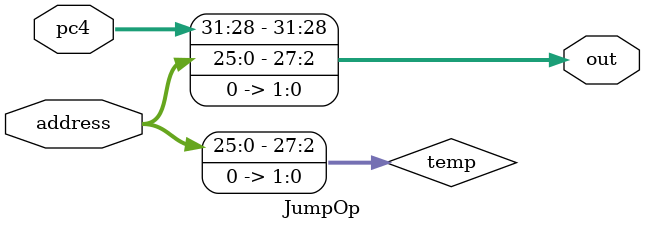
<source format=v>
`timescale 1ns / 1ps


module JumpOp(
  input [31:0] pc4,            
  input [25:0] address,          
  output reg [31:0] out
  );
  reg [27:0] temp;
  
  always @(address or pc4) begin
    temp = address << 2;
    out = {pc4[31:28], temp[27:0]};
  end
endmodule

</source>
